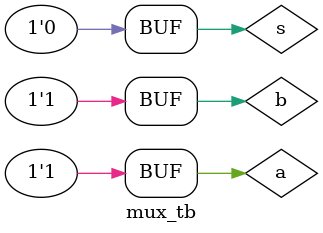
<source format=v>
module mux_tb;
  // Inputs
  reg  a;
  reg  b;
  reg  s;
  // Outputs
  wire y;
  // Instantiate the Unit Under Test (UUT)
  mux_gl uut (
      .a(a),
      .b(b),
      .s(s),
      .y(y)
  );
  initial begin
    // Initialize Inputs
    a = 0;
    b = 0;
    s = 0;
    // Wait 100 ns for global reset to finish
    #100;
    a = 1;
    b = 0;
    s = 0;
    #20;
    a = 1;
    b = 0;
    s = 1;
    #20;
    a = 1;
    b = 1;
    s = 0;
    // Add stimulus here
  end
endmodule

</source>
